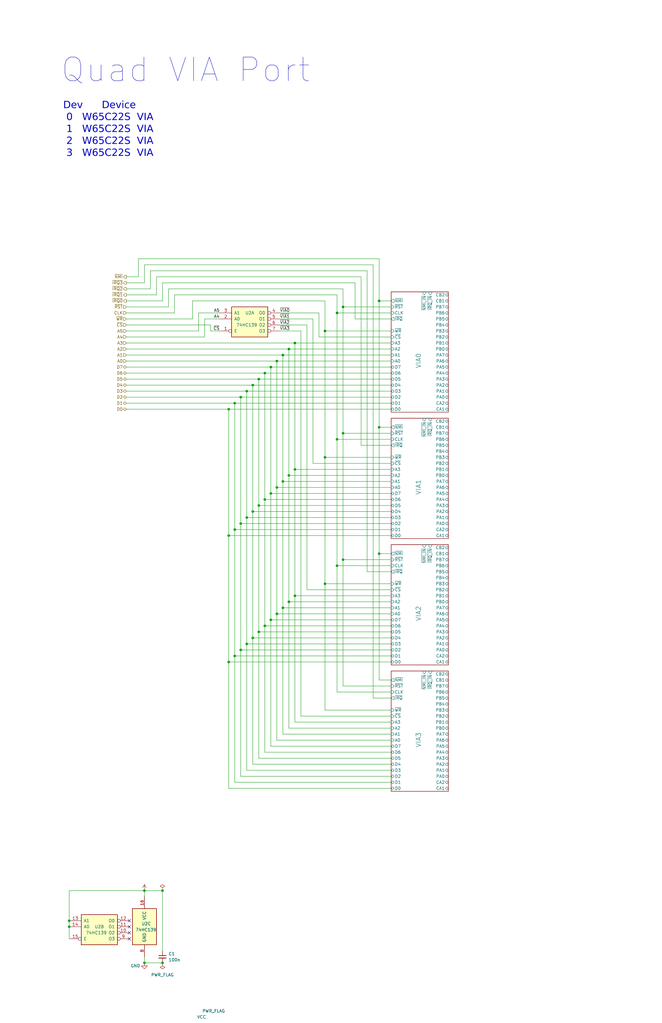
<source format=kicad_sch>
(kicad_sch (version 20230121) (generator eeschema)
  (paper "B" portrait)
  (title_block (title "System Devices (3xVIA, 1xXR88C192)") (date "2023-07-08") (comment 4 "Alan Canon (after Ben Eater and Adrien Kohlbecker)"))
  (lib_symbols
    (symbol "Device:C_Small" (pin_numbers hide) (pin_names (offset 0.254) hide)
      (property "Reference" "C" (at 0.254 1.778 0))
      (property "Value" "C_Small" (at 0.254 -2.032 0))
      (symbol "C_Small_0_1"
        (polyline (pts (xy -1.524 -0.508) (xy 1.524 -0.508)) (stroke (width 0.3302)))
        (polyline (pts (xy -1.524 0.508) (xy 1.524 0.508)) (stroke (width 0.3048)))
      )
      (symbol "C_Small_1_1"
        (pin passive line (at 0 2.54 270) (length 2.032) (name "~") (number "1"))
        (pin passive line (at 0 -2.54 90) (length 2.032) (name "~") (number "2"))
      )
    )
    (symbol "Vega816:74HC139" (pin_names (offset 1.016))
      (property "Reference" "U" (at -7.62 8.89 0))
      (property "Value" "74HC139" (at -7.62 -8.89 0))
      (symbol "74HC139_1_0"
        (pin input inverted (at -12.7 -5.08 0) (length 5.08) (name "E") (number "1"))
        (pin input line (at -12.7 0 0) (length 5.08) (name "A0") (number "2"))
        (pin input line (at -12.7 2.54 0) (length 5.08) (name "A1") (number "3"))
        (pin output inverted (at 12.7 2.54 180) (length 5.08) (name "O0") (number "4"))
        (pin output inverted (at 12.7 0 180) (length 5.08) (name "O1") (number "5"))
        (pin output inverted (at 12.7 -2.54 180) (length 5.08) (name "O2") (number "6"))
        (pin output inverted (at 12.7 -5.08 180) (length 5.08) (name "O3") (number "7"))
      )
      (symbol "74HC139_1_1"
        (rectangle (start -7.62 5.08) (end 7.62 -7.62) (stroke (width 0.254)) (fill (type background)))
      )
      (symbol "74HC139_2_0"
        (pin output inverted (at 12.7 -2.54 180) (length 5.08) (name "O2") (number "10"))
        (pin output inverted (at 12.7 0 180) (length 5.08) (name "O1") (number "11"))
        (pin output inverted (at 12.7 2.54 180) (length 5.08) (name "O0") (number "12"))
        (pin input line (at -12.7 2.54 0) (length 5.08) (name "A1") (number "13"))
        (pin input line (at -12.7 0 0) (length 5.08) (name "A0") (number "14"))
        (pin input inverted (at -12.7 -5.08 0) (length 5.08) (name "E") (number "15"))
        (pin output inverted (at 12.7 -5.08 180) (length 5.08) (name "O3") (number "9"))
      )
      (symbol "74HC139_2_1"
        (rectangle (start -7.62 5.08) (end 7.62 -7.62) (stroke (width 0.254)) (fill (type background)))
      )
      (symbol "74HC139_3_0"
        (pin power_in line (at 0 12.7 270) (length 5.08) (name "VCC") (number "16"))
        (pin power_in line (at 0 -12.7 90) (length 5.08) (name "GND") (number "8"))
      )
      (symbol "74HC139_3_1"
        (rectangle (start -5.08 7.62) (end 5.08 -7.62) (stroke (width 0.254)) (fill (type background)))
      )
    )
    (symbol "power:GND" (power) (pin_names (offset 0))
      (property "Value" "GND" (at 0 -3.81 0))
      (symbol "GND_0_1"
        (polyline (pts (xy 0 0) (xy 0 -1.27) (xy 1.27 -1.27) (xy 0 -2.54) (xy -1.27 -1.27) (xy 0 -1.27)))
      )
      (symbol "GND_1_1"
        (pin power_in line (at 0 0 270) (length 0) hide (name "GND") (number "1"))
      )
    )
    (symbol "power:PWR_FLAG" (power) (pin_numbers hide) (pin_names (offset 0) hide)
      (property "Value" "PWR_FLAG" (at 0 3.81 0))
      (symbol "PWR_FLAG_0_0"
        (pin power_out line (at 0 0 90) (length 0) (name "pwr") (number "1"))
      )
      (symbol "PWR_FLAG_0_1"
        (polyline (pts (xy 0 0) (xy 0 1.27) (xy -1.016 1.905) (xy 0 2.54) (xy 1.016 1.905) (xy 0 1.27)))
      )
    )
    (symbol "power:VCC" (power) (pin_names (offset 0))
      (property "Value" "VCC" (at 0 3.81 0))
      (symbol "VCC_0_1"
        (polyline (pts (xy -0.762 1.27) (xy 0 2.54)))
        (polyline (pts (xy 0 0) (xy 0 2.54)))
        (polyline (pts (xy 0 2.54) (xy 0.762 1.27)))
      )
      (symbol "VCC_1_1"
        (pin power_in line (at 0 0 90) (length 0) hide (name "VCC") (number "1"))
      )
    )
  )
  (junction (at 104.14 218.44))
  (junction (at 121.92 254))
  (junction (at 114.3 208.28))
  (junction (at 116.84 259.08))
  (junction (at 101.6 167.64))
  (junction (at 99.06 223.52))
  (junction (at 121.92 200.66))
  (junction (at 160.02 127))
  (junction (at 119.38 203.2))
  (junction (at 68.58 375.92))
  (junction (at 60.96 406.4))
  (junction (at 111.76 157.48))
  (junction (at 119.38 149.86))
  (junction (at 160.02 180.34))
  (junction (at 111.76 210.82))
  (junction (at 106.68 162.56))
  (junction (at 114.3 261.62))
  (junction (at 144.78 129.54))
  (junction (at 101.6 220.98))
  (junction (at 114.3 154.94))
  (junction (at 160.02 233.68))
  (junction (at 144.78 236.22))
  (junction (at 124.46 251.46))
  (junction (at 68.58 406.4))
  (junction (at 116.84 205.74))
  (junction (at 137.16 246.38))
  (junction (at 104.14 165.1))
  (junction (at 124.46 144.78))
  (junction (at 124.46 198.12))
  (junction (at 121.92 147.32))
  (junction (at 119.38 256.54))
  (junction (at 99.06 170.18))
  (junction (at 99.06 276.86))
  (junction (at 60.96 375.92))
  (junction (at 106.68 215.9))
  (junction (at 137.16 139.7))
  (junction (at 109.22 213.36))
  (junction (at 104.14 271.78))
  (junction (at 142.24 238.76))
  (junction (at 101.6 274.32))
  (junction (at 96.52 279.4))
  (junction (at 144.78 182.88))
  (junction (at 109.22 160.02))
  (junction (at 142.24 185.42))
  (junction (at 96.52 172.72))
  (junction (at 96.52 226.06))
  (junction (at 106.68 269.24))
  (junction (at 137.16 193.04))
  (junction (at 142.24 132.08))
  (junction (at 116.84 152.4))
  (junction (at 29.21 388.62))
  (junction (at 29.21 391.16))
  (junction (at 109.22 266.7))
  (junction (at 111.76 264.16))
  (no_connect (at 54.61 388.62))
  (no_connect (at 54.61 393.7))
  (no_connect (at 54.61 391.16))
  (no_connect (at 54.61 396.24))
  (wire (pts (xy 129.54 137.16) (xy 129.54 248.92)))
  (wire (pts (xy 68.58 401.32) (xy 68.58 375.92)))
  (wire (pts (xy 99.06 223.52) (xy 165.1 223.52)))
  (wire (pts (xy 157.48 294.64) (xy 165.1 294.64)))
  (wire (pts (xy 157.48 111.76) (xy 157.48 294.64)))
  (wire (pts (xy 144.78 236.22) (xy 144.78 289.56)))
  (wire (pts (xy 60.96 111.76) (xy 157.48 111.76)))
  (wire (pts (xy 104.14 271.78) (xy 104.14 325.12)))
  (wire (pts (xy 137.16 299.72) (xy 165.1 299.72)))
  (wire (pts (xy 137.16 127) (xy 137.16 139.7)))
  (wire (pts (xy 116.84 152.4) (xy 165.1 152.4)))
  (wire (pts (xy 111.76 210.82) (xy 111.76 264.16)))
  (wire (pts (xy 104.14 165.1) (xy 104.14 218.44)))
  (wire (pts (xy 124.46 198.12) (xy 124.46 251.46)))
  (wire (pts (xy 53.34 162.56) (xy 106.68 162.56)))
  (wire (pts (xy 124.46 251.46) (xy 124.46 304.8)))
  (wire (pts (xy 101.6 327.66) (xy 165.1 327.66)))
  (wire (pts (xy 160.02 109.22) (xy 58.42 109.22)))
  (wire (pts (xy 142.24 132.08) (xy 165.1 132.08)))
  (wire (pts (xy 119.38 203.2) (xy 165.1 203.2)))
  (wire (pts (xy 109.22 266.7) (xy 165.1 266.7)))
  (wire (pts (xy 96.52 226.06) (xy 165.1 226.06)))
  (wire (pts (xy 53.34 149.86) (xy 119.38 149.86)))
  (wire (pts (xy 96.52 332.74) (xy 165.1 332.74)))
  (wire (pts (xy 114.3 261.62) (xy 114.3 314.96)))
  (wire (pts (xy 119.38 256.54) (xy 165.1 256.54)))
  (wire (pts (xy 60.96 403.86) (xy 60.96 406.4)))
  (wire (pts (xy 154.94 114.3) (xy 154.94 241.3)))
  (wire (pts (xy 86.36 142.24) (xy 53.34 142.24)))
  (wire (pts (xy 58.42 109.22) (xy 58.42 116.84)))
  (wire (pts (xy 83.82 132.08) (xy 83.82 139.7)))
  (wire (pts (xy 116.84 152.4) (xy 116.84 205.74)))
  (wire (pts (xy 58.42 116.84) (xy 53.34 116.84)))
  (wire (pts (xy 165.1 292.1) (xy 142.24 292.1)))
  (wire (pts (xy 118.11 132.08) (xy 134.62 132.08)))
  (wire (pts (xy 127 302.26) (xy 165.1 302.26)))
  (wire (pts (xy 121.92 200.66) (xy 165.1 200.66)))
  (wire (pts (xy 109.22 213.36) (xy 165.1 213.36)))
  (wire (pts (xy 134.62 142.24) (xy 165.1 142.24)))
  (wire (pts (xy 99.06 330.2) (xy 165.1 330.2)))
  (wire (pts (xy 63.5 121.92) (xy 53.34 121.92)))
  (wire (pts (xy 142.24 124.46) (xy 73.66 124.46)))
  (wire (pts (xy 160.02 233.68) (xy 160.02 287.02)))
  (wire (pts (xy 29.21 375.92) (xy 29.21 388.62)))
  (wire (pts (xy 71.12 121.92) (xy 71.12 129.54)))
  (wire (pts (xy 121.92 307.34) (xy 165.1 307.34)))
  (wire (pts (xy 111.76 264.16) (xy 165.1 264.16)))
  (wire (pts (xy 124.46 144.78) (xy 124.46 198.12)))
  (wire (pts (xy 63.5 114.3) (xy 154.94 114.3)))
  (wire (pts (xy 137.16 246.38) (xy 165.1 246.38)))
  (wire (pts (xy 165.1 289.56) (xy 144.78 289.56)))
  (wire (pts (xy 165.1 182.88) (xy 144.78 182.88)))
  (wire (pts (xy 165.1 236.22) (xy 144.78 236.22)))
  (wire (pts (xy 149.86 134.62) (xy 165.1 134.62)))
  (wire (pts (xy 53.34 144.78) (xy 124.46 144.78)))
  (wire (pts (xy 53.34 154.94) (xy 114.3 154.94)))
  (wire (pts (xy 66.04 116.84) (xy 66.04 124.46)))
  (wire (pts (xy 101.6 220.98) (xy 165.1 220.98)))
  (wire (pts (xy 53.34 170.18) (xy 99.06 170.18)))
  (wire (pts (xy 121.92 254) (xy 165.1 254)))
  (wire (pts (xy 106.68 162.56) (xy 106.68 215.9)))
  (wire (pts (xy 116.84 312.42) (xy 165.1 312.42)))
  (wire (pts (xy 144.78 182.88) (xy 144.78 236.22)))
  (wire (pts (xy 109.22 213.36) (xy 109.22 266.7)))
  (wire (pts (xy 101.6 167.64) (xy 165.1 167.64)))
  (wire (pts (xy 111.76 317.5) (xy 165.1 317.5)))
  (wire (pts (xy 165.1 233.68) (xy 160.02 233.68)))
  (wire (pts (xy 104.14 218.44) (xy 165.1 218.44)))
  (wire (pts (xy 88.9 139.7) (xy 92.71 139.7)))
  (wire (pts (xy 129.54 248.92) (xy 165.1 248.92)))
  (wire (pts (xy 119.38 256.54) (xy 119.38 309.88)))
  (wire (pts (xy 124.46 304.8) (xy 165.1 304.8)))
  (wire (pts (xy 106.68 215.9) (xy 165.1 215.9)))
  (wire (pts (xy 111.76 157.48) (xy 165.1 157.48)))
  (wire (pts (xy 114.3 208.28) (xy 165.1 208.28)))
  (wire (pts (xy 53.34 129.54) (xy 71.12 129.54)))
  (wire (pts (xy 60.96 375.92) (xy 68.58 375.92)))
  (wire (pts (xy 101.6 167.64) (xy 101.6 220.98)))
  (wire (pts (xy 88.9 137.16) (xy 53.34 137.16)))
  (wire (pts (xy 137.16 139.7) (xy 165.1 139.7)))
  (wire (pts (xy 144.78 129.54) (xy 165.1 129.54)))
  (wire (pts (xy 149.86 119.38) (xy 149.86 134.62)))
  (wire (pts (xy 152.4 187.96) (xy 165.1 187.96)))
  (wire (pts (xy 116.84 205.74) (xy 116.84 259.08)))
  (wire (pts (xy 114.3 154.94) (xy 165.1 154.94)))
  (wire (pts (xy 73.66 124.46) (xy 73.66 132.08)))
  (wire (pts (xy 142.24 292.1) (xy 142.24 238.76)))
  (wire (pts (xy 53.34 152.4) (xy 116.84 152.4)))
  (wire (pts (xy 81.28 127) (xy 137.16 127)))
  (wire (pts (xy 99.06 170.18) (xy 165.1 170.18)))
  (wire (pts (xy 124.46 198.12) (xy 165.1 198.12)))
  (wire (pts (xy 144.78 182.88) (xy 144.78 129.54)))
  (wire (pts (xy 53.34 165.1) (xy 104.14 165.1)))
  (wire (pts (xy 118.11 137.16) (xy 129.54 137.16)))
  (wire (pts (xy 116.84 205.74) (xy 165.1 205.74)))
  (wire (pts (xy 96.52 172.72) (xy 96.52 226.06)))
  (wire (pts (xy 114.3 208.28) (xy 114.3 261.62)))
  (wire (pts (xy 134.62 132.08) (xy 134.62 142.24)))
  (wire (pts (xy 165.1 238.76) (xy 142.24 238.76)))
  (wire (pts (xy 53.34 167.64) (xy 101.6 167.64)))
  (wire (pts (xy 118.11 134.62) (xy 132.08 134.62)))
  (wire (pts (xy 118.11 139.7) (xy 127 139.7)))
  (wire (pts (xy 132.08 134.62) (xy 132.08 195.58)))
  (wire (pts (xy 29.21 375.92) (xy 60.96 375.92)))
  (wire (pts (xy 104.14 325.12) (xy 165.1 325.12)))
  (wire (pts (xy 144.78 121.92) (xy 144.78 129.54)))
  (wire (pts (xy 53.34 132.08) (xy 73.66 132.08)))
  (wire (pts (xy 109.22 160.02) (xy 109.22 213.36)))
  (wire (pts (xy 66.04 116.84) (xy 152.4 116.84)))
  (wire (pts (xy 160.02 180.34) (xy 160.02 233.68)))
  (wire (pts (xy 53.34 160.02) (xy 109.22 160.02)))
  (wire (pts (xy 109.22 320.04) (xy 165.1 320.04)))
  (wire (pts (xy 116.84 259.08) (xy 116.84 312.42)))
  (wire (pts (xy 29.21 391.16) (xy 29.21 396.24)))
  (wire (pts (xy 111.76 264.16) (xy 111.76 317.5)))
  (wire (pts (xy 111.76 157.48) (xy 111.76 210.82)))
  (wire (pts (xy 119.38 149.86) (xy 119.38 203.2)))
  (wire (pts (xy 101.6 220.98) (xy 101.6 274.32)))
  (wire (pts (xy 53.34 147.32) (xy 121.92 147.32)))
  (wire (pts (xy 99.06 170.18) (xy 99.06 223.52)))
  (wire (pts (xy 86.36 134.62) (xy 86.36 142.24)))
  (wire (pts (xy 83.82 132.08) (xy 92.71 132.08)))
  (wire (pts (xy 66.04 124.46) (xy 53.34 124.46)))
  (wire (pts (xy 121.92 254) (xy 121.92 307.34)))
  (wire (pts (xy 53.34 172.72) (xy 96.52 172.72)))
  (wire (pts (xy 142.24 185.42) (xy 142.24 238.76)))
  (wire (pts (xy 111.76 210.82) (xy 165.1 210.82)))
  (wire (pts (xy 71.12 121.92) (xy 144.78 121.92)))
  (wire (pts (xy 68.58 119.38) (xy 68.58 127)))
  (wire (pts (xy 142.24 185.42) (xy 165.1 185.42)))
  (wire (pts (xy 88.9 139.7) (xy 88.9 137.16)))
  (wire (pts (xy 121.92 200.66) (xy 121.92 254)))
  (wire (pts (xy 160.02 127) (xy 160.02 109.22)))
  (wire (pts (xy 68.58 406.4) (xy 60.96 406.4)))
  (wire (pts (xy 104.14 218.44) (xy 104.14 271.78)))
  (wire (pts (xy 116.84 259.08) (xy 165.1 259.08)))
  (wire (pts (xy 121.92 147.32) (xy 121.92 200.66)))
  (wire (pts (xy 137.16 193.04) (xy 165.1 193.04)))
  (wire (pts (xy 63.5 114.3) (xy 63.5 121.92)))
  (wire (pts (xy 127 139.7) (xy 127 302.26)))
  (wire (pts (xy 114.3 314.96) (xy 165.1 314.96)))
  (wire (pts (xy 53.34 157.48) (xy 111.76 157.48)))
  (wire (pts (xy 142.24 132.08) (xy 142.24 185.42)))
  (wire (pts (xy 109.22 266.7) (xy 109.22 320.04)))
  (wire (pts (xy 83.82 139.7) (xy 53.34 139.7)))
  (wire (pts (xy 160.02 180.34) (xy 160.02 127)))
  (wire (pts (xy 106.68 215.9) (xy 106.68 269.24)))
  (wire (pts (xy 106.68 162.56) (xy 165.1 162.56)))
  (wire (pts (xy 104.14 165.1) (xy 165.1 165.1)))
  (wire (pts (xy 119.38 149.86) (xy 165.1 149.86)))
  (wire (pts (xy 137.16 193.04) (xy 137.16 246.38)))
  (wire (pts (xy 160.02 287.02) (xy 165.1 287.02)))
  (wire (pts (xy 106.68 269.24) (xy 165.1 269.24)))
  (wire (pts (xy 152.4 116.84) (xy 152.4 187.96)))
  (wire (pts (xy 132.08 195.58) (xy 165.1 195.58)))
  (wire (pts (xy 96.52 226.06) (xy 96.52 279.4)))
  (wire (pts (xy 124.46 144.78) (xy 165.1 144.78)))
  (wire (pts (xy 68.58 119.38) (xy 149.86 119.38)))
  (wire (pts (xy 60.96 378.46) (xy 60.96 375.92)))
  (wire (pts (xy 60.96 111.76) (xy 60.96 119.38)))
  (wire (pts (xy 96.52 172.72) (xy 165.1 172.72)))
  (wire (pts (xy 99.06 276.86) (xy 165.1 276.86)))
  (wire (pts (xy 142.24 124.46) (xy 142.24 132.08)))
  (wire (pts (xy 154.94 241.3) (xy 165.1 241.3)))
  (wire (pts (xy 96.52 279.4) (xy 165.1 279.4)))
  (wire (pts (xy 114.3 261.62) (xy 165.1 261.62)))
  (wire (pts (xy 106.68 269.24) (xy 106.68 322.58)))
  (wire (pts (xy 137.16 246.38) (xy 137.16 299.72)))
  (wire (pts (xy 99.06 223.52) (xy 99.06 276.86)))
  (wire (pts (xy 124.46 251.46) (xy 165.1 251.46)))
  (wire (pts (xy 60.96 119.38) (xy 53.34 119.38)))
  (wire (pts (xy 114.3 154.94) (xy 114.3 208.28)))
  (wire (pts (xy 160.02 127) (xy 165.1 127)))
  (wire (pts (xy 96.52 279.4) (xy 96.52 332.74)))
  (wire (pts (xy 81.28 127) (xy 81.28 134.62)))
  (wire (pts (xy 106.68 322.58) (xy 165.1 322.58)))
  (wire (pts (xy 119.38 203.2) (xy 119.38 256.54)))
  (wire (pts (xy 101.6 274.32) (xy 165.1 274.32)))
  (wire (pts (xy 99.06 276.86) (xy 99.06 330.2)))
  (wire (pts (xy 53.34 134.62) (xy 81.28 134.62)))
  (wire (pts (xy 86.36 134.62) (xy 92.71 134.62)))
  (wire (pts (xy 160.02 180.34) (xy 165.1 180.34)))
  (wire (pts (xy 68.58 127) (xy 53.34 127)))
  (wire (pts (xy 109.22 160.02) (xy 165.1 160.02)))
  (wire (pts (xy 137.16 139.7) (xy 137.16 193.04)))
  (wire (pts (xy 101.6 274.32) (xy 101.6 327.66)))
  (wire (pts (xy 104.14 271.78) (xy 165.1 271.78)))
  (wire (pts (xy 121.92 147.32) (xy 165.1 147.32)))
  (wire (pts (xy 29.21 388.62) (xy 29.21 391.16)))
  (wire (pts (xy 119.38 309.88) (xy 165.1 309.88)))
  (text "Quad VIA Port" (at 25.4 35.56 0) (effects (font (size 10 10)) (justify left bottom)))
  (text "Dev      Device\n 0   W65C22S  VIA\n 1   W65C22S  VIA\n 2   W65C22S  VIA\n 3   W65C22S  VIA" (at 26.67 67.31 0) (effects (font (size 3 3)) (justify left bottom)))
  (label "~{VIA3}" (at 118.11 139.7 0))
  (label "A4" (at 92.71 134.62 180))
  (label "~{VIA1}" (at 118.11 134.62 0))
  (label "~{CS}" (at 92.71 139.7 180))
  (label "~{VIA2}" (at 118.11 137.16 0))
  (label "~{VIA0}" (at 118.11 132.08 0))
  (label "A5" (at 92.71 132.08 180))
  (hierarchical_label "~{RST}" (shape input) (at 53.34 129.54 180))
  (hierarchical_label "D0" (shape tri_state) (at 53.34 172.72 180))
  (hierarchical_label "CLK" (shape input) (at 53.34 132.08 180))
  (hierarchical_label "A2" (shape input) (at 53.34 147.32 180))
  (hierarchical_label "A3" (shape input) (at 53.34 144.78 180))
  (hierarchical_label "~{IRQ2}" (shape output) (at 53.34 121.92 180))
  (hierarchical_label "D6" (shape tri_state) (at 53.34 157.48 180))
  (hierarchical_label "D4" (shape tri_state) (at 53.34 162.56 180))
  (hierarchical_label "~{WR}" (shape input) (at 53.34 134.62 180))
  (hierarchical_label "~{IRQ0}" (shape output) (at 53.34 127 180))
  (hierarchical_label "~{IRQ3}" (shape output) (at 53.34 119.38 180))
  (hierarchical_label "A4" (shape input) (at 53.34 142.24 180))
  (hierarchical_label "A1" (shape input) (at 53.34 149.86 180))
  (hierarchical_label "~{NMI}" (shape output) (at 53.34 116.84 180))
  (hierarchical_label "D7" (shape tri_state) (at 53.34 154.94 180))
  (hierarchical_label "D1" (shape tri_state) (at 53.34 170.18 180))
  (hierarchical_label "D3" (shape tri_state) (at 53.34 165.1 180))
  (hierarchical_label "~{CS}" (shape input) (at 53.34 137.16 180))
  (hierarchical_label "D5" (shape tri_state) (at 53.34 160.02 180))
  (hierarchical_label "D2" (shape tri_state) (at 53.34 167.64 180))
  (hierarchical_label "~{IRQ1}" (shape output) (at 53.34 124.46 180))
  (hierarchical_label "A0" (shape input) (at 53.34 152.4 180))
  (hierarchical_label "A5" (shape input) (at 53.34 139.7 180))
  (symbol (lib_id "Vega816:74HC139") (at 60.96 391.16 0) (unit 3)
    (property "Reference" "U2" (at 59.69 389.89 0) (effects (justify left)))
    (property "Value" "74HC139" (at 57.15 392.43 0) (effects (justify left)))
    (property "Datasheet" "https://www.ti.com/lit/ds/scls108e/scls108e.pdf" (effects hide))
  )
  (symbol (lib_id "Device:C_Small") (at 68.58 403.86 0) (unit 1)
    (property "Reference" "C1" (at 71.12 402.5962 0) (effects (justify left)))
    (property "Value" "100n" (at 71.12 405.1362 0) (effects (justify left)))
  )
  (symbol (lib_id "Vega816:74HC139") (at 41.91 391.16 0) (unit 2)
    (property "Reference" "U2" (at 41.91 391.16 0))
    (property "Value" "74HC139" (at 40.64 393.7 0))
    (property "Datasheet" "https://www.ti.com/lit/ds/scls108e/scls108e.pdf" (effects hide))
  )
  (symbol (lib_id "power:PWR_FLAG") (at 68.58 406.4 180) (unit 1)
    (property "Reference" "#FLG02" (effects hide))
    (property "Value" "PWR_FLAG" (at 68.58 411.48 0))
  )
  (symbol (lib_id "power:VCC") (at 60.96 375.92 0) (unit 1)
    (property "Reference" "#PWR04" (effects hide))
    (property "Value" "VCC" (at 85.09 429.26 0))
  )
  (symbol (lib_id "power:PWR_FLAG") (at 68.58 375.92 0) (unit 1)
    (property "Reference" "#FLG01" (effects hide))
    (property "Value" "PWR_FLAG" (at 90.17 426.72 0))
  )
  (symbol (lib_id "Vega816:74HC139") (at 105.41 134.62 0) (unit 1)
    (property "Reference" "U2" (at 105.41 132.08 0))
    (property "Value" "74HC139" (at 104.14 137.16 0))
    (property "Datasheet" "https://www.ti.com/lit/ds/scls108e/scls108e.pdf" (effects hide))
  )
  (symbol (lib_id "power:GND") (at 60.96 406.4 0) (unit 1)
    (property "Reference" "#PWR03" (effects hide))
    (property "Value" "GND" (at 57.15 407.67 0))
  )
  (sheet (at 165.1 229.87) (size 24.13 50.8) (stroke (width 0.1524))
    (property "Sheetname" "VIA2" (at 177.8 262.1784 90) (effects (font (size 2 2)) (justify left bottom)))
    (property "Sheetfile" "VIAPort.kicad_sch" (effects hide))
    (pin "~{IRQ}" output (at 165.1 241.3 180))
    (pin "~{WR}" input (at 165.1 246.38 180))
    (pin "~{CS}" input (at 165.1 248.92 180))
    (pin "D5" tri_state (at 165.1 266.7 180))
    (pin "D7" tri_state (at 165.1 261.62 180))
    (pin "CLK" input (at 165.1 238.76 180))
    (pin "D6" tri_state (at 165.1 264.16 180))
    (pin "A3" input (at 165.1 251.46 180))
    (pin "~{RST}" input (at 165.1 236.22 180))
    (pin "A2" input (at 165.1 254 180))
    (pin "A1" input (at 165.1 256.54 180))
    (pin "D2" tri_state (at 165.1 274.32 180))
    (pin "D4" tri_state (at 165.1 269.24 180))
    (pin "D1" tri_state (at 165.1 276.86 180))
    (pin "D3" tri_state (at 165.1 271.78 180))
    (pin "D0" tri_state (at 165.1 279.4 180))
    (pin "A0" input (at 165.1 259.08 180))
    (pin "~{NMI_IN}" input (at 179.07 229.87 90))
    (pin "~{IRQ_IN}" input (at 181.61 229.87 90))
    (pin "PB4" tri_state (at 189.23 243.84 0))
    (pin "PB5" tri_state (at 189.23 241.3 0))
    (pin "PB3" tri_state (at 189.23 246.38 0))
    (pin "PB2" tri_state (at 189.23 248.92 0))
    (pin "CB2" tri_state (at 189.23 231.14 0))
    (pin "CB1" tri_state (at 189.23 233.68 0))
    (pin "PB7" tri_state (at 189.23 236.22 0))
    (pin "PB6" tri_state (at 189.23 238.76 0))
    (pin "~{NMI}" output (at 165.1 233.68 180))
    (pin "PA3" tri_state (at 189.23 266.7 0))
    (pin "PA2" tri_state (at 189.23 269.24 0))
    (pin "PA1" tri_state (at 189.23 271.78 0))
    (pin "PA5" tri_state (at 189.23 261.62 0))
    (pin "PA4" tri_state (at 189.23 264.16 0))
    (pin "CA2" tri_state (at 189.23 276.86 0))
    (pin "PA0" tri_state (at 189.23 274.32 0))
    (pin "CA1" tri_state (at 189.23 279.4 0))
    (pin "PA7" tri_state (at 189.23 256.54 0))
    (pin "PA6" tri_state (at 189.23 259.08 0))
    (pin "PB0" tri_state (at 189.23 254 0))
    (pin "PB1" tri_state (at 189.23 251.46 0))
  )
  (sheet (at 165.1 176.53) (size 24.13 50.8) (stroke (width 0.1524))
    (property "Sheetname" "VIA1" (at 177.8 208.8384 90) (effects (font (size 2 2)) (justify left bottom)))
    (property "Sheetfile" "VIAPort.kicad_sch" (effects hide))
    (pin "~{IRQ}" output (at 165.1 187.96 180))
    (pin "~{WR}" input (at 165.1 193.04 180))
    (pin "~{CS}" input (at 165.1 195.58 180))
    (pin "D5" tri_state (at 165.1 213.36 180))
    (pin "D7" tri_state (at 165.1 208.28 180))
    (pin "CLK" input (at 165.1 185.42 180))
    (pin "D6" tri_state (at 165.1 210.82 180))
    (pin "A3" input (at 165.1 198.12 180))
    (pin "~{RST}" input (at 165.1 182.88 180))
    (pin "A2" input (at 165.1 200.66 180))
    (pin "A1" input (at 165.1 203.2 180))
    (pin "D2" tri_state (at 165.1 220.98 180))
    (pin "D4" tri_state (at 165.1 215.9 180))
    (pin "D1" tri_state (at 165.1 223.52 180))
    (pin "D3" tri_state (at 165.1 218.44 180))
    (pin "D0" tri_state (at 165.1 226.06 180))
    (pin "A0" input (at 165.1 205.74 180))
    (pin "~{NMI_IN}" input (at 179.07 176.53 90))
    (pin "~{IRQ_IN}" input (at 181.61 176.53 90))
    (pin "PB4" tri_state (at 189.23 190.5 0))
    (pin "PB5" tri_state (at 189.23 187.96 0))
    (pin "PB3" tri_state (at 189.23 193.04 0))
    (pin "PB2" tri_state (at 189.23 195.58 0))
    (pin "CB2" tri_state (at 189.23 177.8 0))
    (pin "CB1" tri_state (at 189.23 180.34 0))
    (pin "PB7" tri_state (at 189.23 182.88 0))
    (pin "PB6" tri_state (at 189.23 185.42 0))
    (pin "~{NMI}" output (at 165.1 180.34 180))
    (pin "PA3" tri_state (at 189.23 213.36 0))
    (pin "PA2" tri_state (at 189.23 215.9 0))
    (pin "PA1" tri_state (at 189.23 218.44 0))
    (pin "PA5" tri_state (at 189.23 208.28 0))
    (pin "PA4" tri_state (at 189.23 210.82 0))
    (pin "CA2" tri_state (at 189.23 223.52 0))
    (pin "PA0" tri_state (at 189.23 220.98 0))
    (pin "CA1" tri_state (at 189.23 226.06 0))
    (pin "PA7" tri_state (at 189.23 203.2 0))
    (pin "PA6" tri_state (at 189.23 205.74 0))
    (pin "PB0" tri_state (at 189.23 200.66 0))
    (pin "PB1" tri_state (at 189.23 198.12 0))
  )
  (sheet (at 165.1 123.19) (size 24.13 50.8) (stroke (width 0.1524))
    (property "Sheetname" "VIA0" (at 177.8 155.4984 90) (effects (font (size 2 2)) (justify left bottom)))
    (property "Sheetfile" "VIAPort.kicad_sch" (effects hide))
    (pin "~{IRQ}" output (at 165.1 134.62 180))
    (pin "~{WR}" input (at 165.1 139.7 180))
    (pin "~{CS}" input (at 165.1 142.24 180))
    (pin "D5" tri_state (at 165.1 160.02 180))
    (pin "D7" tri_state (at 165.1 154.94 180))
    (pin "CLK" input (at 165.1 132.08 180))
    (pin "D6" tri_state (at 165.1 157.48 180))
    (pin "A3" input (at 165.1 144.78 180))
    (pin "~{RST}" input (at 165.1 129.54 180))
    (pin "A2" input (at 165.1 147.32 180))
    (pin "A1" input (at 165.1 149.86 180))
    (pin "D2" tri_state (at 165.1 167.64 180))
    (pin "D4" tri_state (at 165.1 162.56 180))
    (pin "D1" tri_state (at 165.1 170.18 180))
    (pin "D3" tri_state (at 165.1 165.1 180))
    (pin "D0" tri_state (at 165.1 172.72 180))
    (pin "A0" input (at 165.1 152.4 180))
    (pin "~{NMI_IN}" input (at 179.07 123.19 90))
    (pin "~{IRQ_IN}" input (at 181.61 123.19 90))
    (pin "PB4" tri_state (at 189.23 137.16 0))
    (pin "PB5" tri_state (at 189.23 134.62 0))
    (pin "PB3" tri_state (at 189.23 139.7 0))
    (pin "PB2" tri_state (at 189.23 142.24 0))
    (pin "CB2" tri_state (at 189.23 124.46 0))
    (pin "CB1" tri_state (at 189.23 127 0))
    (pin "PB7" tri_state (at 189.23 129.54 0))
    (pin "PB6" tri_state (at 189.23 132.08 0))
    (pin "~{NMI}" output (at 165.1 127 180))
    (pin "PA3" tri_state (at 189.23 160.02 0))
    (pin "PA2" tri_state (at 189.23 162.56 0))
    (pin "PA1" tri_state (at 189.23 165.1 0))
    (pin "PA5" tri_state (at 189.23 154.94 0))
    (pin "PA4" tri_state (at 189.23 157.48 0))
    (pin "CA2" tri_state (at 189.23 170.18 0))
    (pin "PA0" tri_state (at 189.23 167.64 0))
    (pin "CA1" tri_state (at 189.23 172.72 0))
    (pin "PA7" tri_state (at 189.23 149.86 0))
    (pin "PA6" tri_state (at 189.23 152.4 0))
    (pin "PB0" tri_state (at 189.23 147.32 0))
    (pin "PB1" tri_state (at 189.23 144.78 0))
  )
  (sheet (at 165.1 283.21) (size 24.13 50.8) (stroke (width 0.1524))
    (property "Sheetname" "VIA3" (at 177.8 315.5184 90) (effects (font (size 2 2)) (justify left bottom)))
    (property "Sheetfile" "VIAPort.kicad_sch" (effects hide))
    (pin "~{IRQ}" output (at 165.1 294.64 180))
    (pin "~{WR}" input (at 165.1 299.72 180))
    (pin "~{CS}" input (at 165.1 302.26 180))
    (pin "D5" tri_state (at 165.1 320.04 180))
    (pin "D7" tri_state (at 165.1 314.96 180))
    (pin "CLK" input (at 165.1 292.1 180))
    (pin "D6" tri_state (at 165.1 317.5 180))
    (pin "A3" input (at 165.1 304.8 180))
    (pin "~{RST}" input (at 165.1 289.56 180))
    (pin "A2" input (at 165.1 307.34 180))
    (pin "A1" input (at 165.1 309.88 180))
    (pin "D2" tri_state (at 165.1 327.66 180))
    (pin "D4" tri_state (at 165.1 322.58 180))
    (pin "D1" tri_state (at 165.1 330.2 180))
    (pin "D3" tri_state (at 165.1 325.12 180))
    (pin "D0" tri_state (at 165.1 332.74 180))
    (pin "A0" input (at 165.1 312.42 180))
    (pin "~{NMI_IN}" input (at 179.07 283.21 90))
    (pin "~{IRQ_IN}" input (at 181.61 283.21 90))
    (pin "PB4" tri_state (at 189.23 297.18 0))
    (pin "PB5" tri_state (at 189.23 294.64 0))
    (pin "PB3" tri_state (at 189.23 299.72 0))
    (pin "PB2" tri_state (at 189.23 302.26 0))
    (pin "CB2" tri_state (at 189.23 284.48 0))
    (pin "CB1" tri_state (at 189.23 287.02 0))
    (pin "PB7" tri_state (at 189.23 289.56 0))
    (pin "PB6" tri_state (at 189.23 292.1 0))
    (pin "~{NMI}" output (at 165.1 287.02 180))
    (pin "PA3" tri_state (at 189.23 320.04 0))
    (pin "PA2" tri_state (at 189.23 322.58 0))
    (pin "PA1" tri_state (at 189.23 325.12 0))
    (pin "PA5" tri_state (at 189.23 314.96 0))
    (pin "PA4" tri_state (at 189.23 317.5 0))
    (pin "CA2" tri_state (at 189.23 330.2 0))
    (pin "PA0" tri_state (at 189.23 327.66 0))
    (pin "CA1" tri_state (at 189.23 332.74 0))
    (pin "PA7" tri_state (at 189.23 309.88 0))
    (pin "PA6" tri_state (at 189.23 312.42 0))
    (pin "PB0" tri_state (at 189.23 307.34 0))
    (pin "PB1" tri_state (at 189.23 304.8 0))
  )
)
</source>
